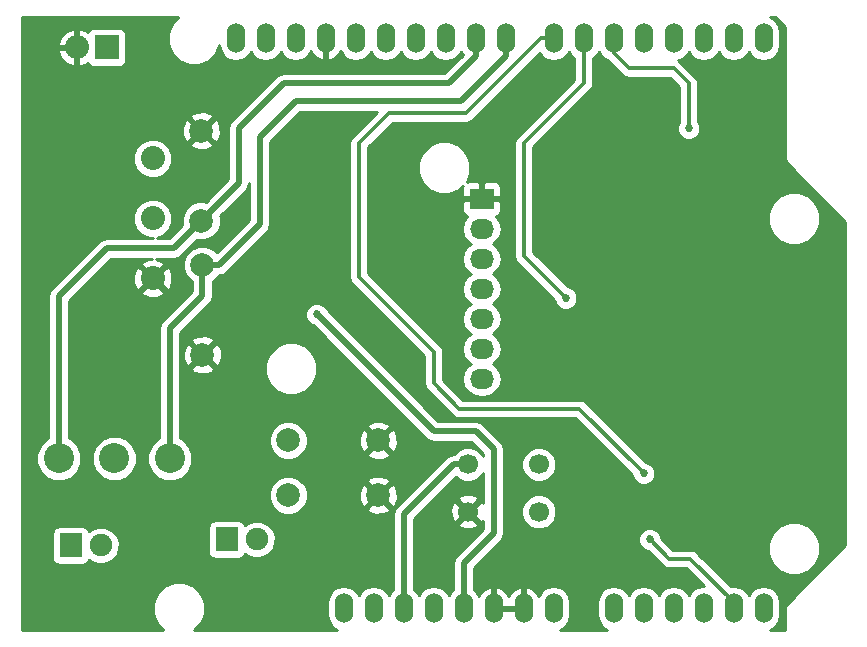
<source format=gbl>
G04 #@! TF.FileFunction,Copper,L2,Bot,Signal*
%FSLAX46Y46*%
G04 Gerber Fmt 4.6, Leading zero omitted, Abs format (unit mm)*
G04 Created by KiCad (PCBNEW 4.0.1-3.201512221402+6198~38~ubuntu14.04.1-stable) date Sat 30 Apr 2016 11:46:46 AM PDT*
%MOMM*%
G01*
G04 APERTURE LIST*
%ADD10C,0.100000*%
%ADD11C,1.700000*%
%ADD12R,2.032000X1.727200*%
%ADD13O,2.032000X1.727200*%
%ADD14R,1.900000X2.000000*%
%ADD15C,1.900000*%
%ADD16C,1.998980*%
%ADD17C,2.032000*%
%ADD18C,2.540000*%
%ADD19R,2.032000X2.032000*%
%ADD20O,2.032000X2.032000*%
%ADD21O,1.524000X2.540000*%
%ADD22C,0.685800*%
%ADD23C,0.508000*%
%ADD24C,0.330200*%
%ADD25C,0.254000*%
G04 APERTURE END LIST*
D10*
D11*
X132080000Y-107378000D03*
X126080000Y-107378000D03*
X132080000Y-103378000D03*
X126080000Y-103378000D03*
D12*
X127254000Y-80899000D03*
D13*
X127254000Y-83439000D03*
X127254000Y-85979000D03*
X127254000Y-88519000D03*
X127254000Y-91059000D03*
X127254000Y-93599000D03*
X127254000Y-96139000D03*
D14*
X92456000Y-110236000D03*
D15*
X94996000Y-110236000D03*
D14*
X105664000Y-109728000D03*
D15*
X108204000Y-109728000D03*
D16*
X110871000Y-101346000D03*
X118491000Y-101346000D03*
X110871000Y-105981500D03*
X118491000Y-105981500D03*
X103505000Y-82740500D03*
X103505000Y-75120500D03*
X103600000Y-86480000D03*
X103600000Y-94100000D03*
D17*
X99400000Y-77470000D03*
X99400000Y-82550000D03*
X99400000Y-87630000D03*
D18*
X100838000Y-102870000D03*
X96139000Y-102870000D03*
X91440000Y-102870000D03*
D19*
X95504000Y-68072000D03*
D20*
X92964000Y-68072000D03*
D21*
X151130000Y-115570000D03*
X148590000Y-115570000D03*
X146050000Y-115570000D03*
X138430000Y-115570000D03*
X140970000Y-115570000D03*
X143510000Y-115570000D03*
X133350000Y-115570000D03*
X130810000Y-115570000D03*
X128270000Y-115570000D03*
X123190000Y-115570000D03*
X120650000Y-115570000D03*
X151130000Y-67310000D03*
X148590000Y-67310000D03*
X146050000Y-67310000D03*
X143510000Y-67310000D03*
X140970000Y-67310000D03*
X138430000Y-67310000D03*
X135890000Y-67310000D03*
X133350000Y-67310000D03*
X129286000Y-67310000D03*
X126746000Y-67310000D03*
X124206000Y-67310000D03*
X121666000Y-67310000D03*
X119126000Y-67310000D03*
X116586000Y-67310000D03*
X114046000Y-67310000D03*
X111506000Y-67310000D03*
X125730000Y-115570000D03*
X108966000Y-67310000D03*
X106426000Y-67310000D03*
X118110000Y-115570000D03*
X115570000Y-115570000D03*
D22*
X113284000Y-90678000D03*
X141478000Y-109728000D03*
X140970000Y-104140000D03*
X144780000Y-74930000D03*
X134366000Y-89281000D03*
D23*
X125730000Y-115570000D02*
X125730000Y-111760000D01*
X125730000Y-111760000D02*
X128270000Y-109220000D01*
X128270000Y-109220000D02*
X128270000Y-102108000D01*
X128270000Y-102108000D02*
X126746000Y-100584000D01*
X126746000Y-100584000D02*
X123190000Y-100584000D01*
X123190000Y-100584000D02*
X113284000Y-90678000D01*
D24*
X144907000Y-111379000D02*
X143129000Y-111379000D01*
X143129000Y-111379000D02*
X141478000Y-109728000D01*
X148590000Y-115570000D02*
X148590000Y-115062000D01*
X148590000Y-115062000D02*
X144907000Y-111379000D01*
D23*
X120650000Y-115570000D02*
X120650000Y-107696000D01*
X124877919Y-103378000D02*
X120650000Y-107605919D01*
X120650000Y-107605919D02*
X120650000Y-107696000D01*
X126080000Y-103378000D02*
X124877919Y-103378000D01*
X103600000Y-86480000D02*
X103600000Y-89100000D01*
X103600000Y-89100000D02*
X100838000Y-91862000D01*
X100838000Y-91862000D02*
X100838000Y-102870000D01*
X108458000Y-75692000D02*
X108458000Y-81400000D01*
X108458000Y-81400000D02*
X108458000Y-81788000D01*
X103600000Y-86480000D02*
X105013492Y-86480000D01*
X105013492Y-86480000D02*
X108458000Y-83035492D01*
X108458000Y-83035492D02*
X108458000Y-81400000D01*
X129286000Y-67310000D02*
X129286000Y-68834000D01*
X111506000Y-72644000D02*
X108458000Y-75692000D01*
X125476000Y-72644000D02*
X111506000Y-72644000D01*
X129286000Y-68834000D02*
X125476000Y-72644000D01*
X95504000Y-85090000D02*
X91694000Y-88900000D01*
X91440000Y-102870000D02*
X91440000Y-89154000D01*
X91440000Y-89154000D02*
X91694000Y-88900000D01*
X96774000Y-85090000D02*
X95504000Y-85090000D01*
X101155500Y-85090000D02*
X96774000Y-85090000D01*
X103505000Y-82740500D02*
X101155500Y-85090000D01*
X124460000Y-71120000D02*
X110490000Y-71120000D01*
X126746000Y-68834000D02*
X124460000Y-71120000D01*
X126746000Y-67310000D02*
X126746000Y-68834000D01*
X106680000Y-79565500D02*
X103505000Y-82740500D01*
X106680000Y-74930000D02*
X106680000Y-79565500D01*
X110490000Y-71120000D02*
X106680000Y-74930000D01*
D24*
X133350000Y-67310000D02*
X132257800Y-67310000D01*
X123190000Y-93853000D02*
X123190000Y-96520000D01*
X132257800Y-67310000D02*
X125907800Y-73660000D01*
X125907800Y-73660000D02*
X119380000Y-73660000D01*
X119380000Y-73660000D02*
X116840000Y-76200000D01*
X116840000Y-76200000D02*
X116840000Y-87503000D01*
X116840000Y-87503000D02*
X123190000Y-93853000D01*
X123190000Y-96520000D02*
X125349000Y-98679000D01*
X125349000Y-98679000D02*
X135509000Y-98679000D01*
X135509000Y-98679000D02*
X140627101Y-103797101D01*
X140627101Y-103797101D02*
X140970000Y-104140000D01*
X138430000Y-67310000D02*
X138430000Y-68580000D01*
X138430000Y-68580000D02*
X139700000Y-69850000D01*
X139700000Y-69850000D02*
X143510000Y-69850000D01*
X143510000Y-69850000D02*
X144780000Y-71120000D01*
X144780000Y-71120000D02*
X144780000Y-74930000D01*
X130810000Y-85725000D02*
X134366000Y-89281000D01*
X130810000Y-85090000D02*
X130810000Y-85725000D01*
X130810000Y-85090000D02*
X130810000Y-76200000D01*
X130810000Y-76200000D02*
X135890000Y-71120000D01*
X135890000Y-71120000D02*
X135890000Y-67310000D01*
D25*
G36*
X100986955Y-66049411D02*
X100647887Y-66865978D01*
X100647115Y-67750143D01*
X100984758Y-68567300D01*
X101609411Y-69193045D01*
X102425978Y-69532113D01*
X103310143Y-69532885D01*
X104127300Y-69195242D01*
X104753045Y-68570589D01*
X105035818Y-67889596D01*
X105135340Y-68389930D01*
X105438172Y-68843149D01*
X105891391Y-69145981D01*
X106426000Y-69252321D01*
X106960609Y-69145981D01*
X107413828Y-68843149D01*
X107696000Y-68420850D01*
X107978172Y-68843149D01*
X108431391Y-69145981D01*
X108966000Y-69252321D01*
X109500609Y-69145981D01*
X109953828Y-68843149D01*
X110236000Y-68420850D01*
X110518172Y-68843149D01*
X110971391Y-69145981D01*
X111506000Y-69252321D01*
X112040609Y-69145981D01*
X112493828Y-68843149D01*
X112785330Y-68406887D01*
X112803941Y-68469941D01*
X113147974Y-68895630D01*
X113628723Y-69157260D01*
X113702930Y-69172220D01*
X113919000Y-69049720D01*
X113919000Y-67437000D01*
X113899000Y-67437000D01*
X113899000Y-67183000D01*
X113919000Y-67183000D01*
X113919000Y-67163000D01*
X114173000Y-67163000D01*
X114173000Y-67183000D01*
X114193000Y-67183000D01*
X114193000Y-67437000D01*
X114173000Y-67437000D01*
X114173000Y-69049720D01*
X114389070Y-69172220D01*
X114463277Y-69157260D01*
X114944026Y-68895630D01*
X115288059Y-68469941D01*
X115306670Y-68406887D01*
X115598172Y-68843149D01*
X116051391Y-69145981D01*
X116586000Y-69252321D01*
X117120609Y-69145981D01*
X117573828Y-68843149D01*
X117856000Y-68420850D01*
X118138172Y-68843149D01*
X118591391Y-69145981D01*
X119126000Y-69252321D01*
X119660609Y-69145981D01*
X120113828Y-68843149D01*
X120396000Y-68420850D01*
X120678172Y-68843149D01*
X121131391Y-69145981D01*
X121666000Y-69252321D01*
X122200609Y-69145981D01*
X122653828Y-68843149D01*
X122936000Y-68420850D01*
X123218172Y-68843149D01*
X123671391Y-69145981D01*
X124206000Y-69252321D01*
X124740609Y-69145981D01*
X125193828Y-68843149D01*
X125476000Y-68420850D01*
X125646598Y-68676166D01*
X124091764Y-70231000D01*
X110490000Y-70231000D01*
X110149795Y-70298670D01*
X109861382Y-70491382D01*
X106051382Y-74301382D01*
X105858671Y-74589794D01*
X105791000Y-74930000D01*
X105791000Y-79197264D01*
X103867176Y-81121088D01*
X103831547Y-81106294D01*
X103181306Y-81105726D01*
X102580345Y-81354038D01*
X102120154Y-81813427D01*
X101870794Y-82413953D01*
X101870226Y-83064194D01*
X101885969Y-83102295D01*
X100787264Y-84201000D01*
X99727655Y-84201000D01*
X100333995Y-83950466D01*
X100798834Y-83486437D01*
X101050713Y-82879845D01*
X101051286Y-82223037D01*
X100800466Y-81616005D01*
X100336437Y-81151166D01*
X99729845Y-80899287D01*
X99073037Y-80898714D01*
X98466005Y-81149534D01*
X98001166Y-81613563D01*
X97749287Y-82220155D01*
X97748714Y-82876963D01*
X97999534Y-83483995D01*
X98463563Y-83948834D01*
X99070155Y-84200713D01*
X99399132Y-84201000D01*
X95504000Y-84201000D01*
X95163795Y-84268670D01*
X94875382Y-84461382D01*
X90811382Y-88525382D01*
X90618671Y-88813794D01*
X90551000Y-89154000D01*
X90551000Y-101176115D01*
X90362314Y-101254078D01*
X89825961Y-101789495D01*
X89535332Y-102489410D01*
X89534670Y-103247265D01*
X89824078Y-103947686D01*
X90359495Y-104484039D01*
X91059410Y-104774668D01*
X91817265Y-104775330D01*
X92517686Y-104485922D01*
X93054039Y-103950505D01*
X93344668Y-103250590D01*
X93344670Y-103247265D01*
X94233670Y-103247265D01*
X94523078Y-103947686D01*
X95058495Y-104484039D01*
X95758410Y-104774668D01*
X96516265Y-104775330D01*
X97216686Y-104485922D01*
X97753039Y-103950505D01*
X98043668Y-103250590D01*
X98044330Y-102492735D01*
X97754922Y-101792314D01*
X97219505Y-101255961D01*
X96519590Y-100965332D01*
X95761735Y-100964670D01*
X95061314Y-101254078D01*
X94524961Y-101789495D01*
X94234332Y-102489410D01*
X94233670Y-103247265D01*
X93344670Y-103247265D01*
X93345330Y-102492735D01*
X93055922Y-101792314D01*
X92520505Y-101255961D01*
X92329000Y-101176441D01*
X92329000Y-89522236D01*
X93057129Y-88794107D01*
X98415498Y-88794107D01*
X98516120Y-89062622D01*
X99131642Y-89291816D01*
X99788019Y-89268014D01*
X100283880Y-89062622D01*
X100384502Y-88794107D01*
X99400000Y-87809605D01*
X98415498Y-88794107D01*
X93057129Y-88794107D01*
X94489594Y-87361642D01*
X97738184Y-87361642D01*
X97761986Y-88018019D01*
X97967378Y-88513880D01*
X98235893Y-88614502D01*
X99220395Y-87630000D01*
X99579605Y-87630000D01*
X100564107Y-88614502D01*
X100832622Y-88513880D01*
X101061816Y-87898358D01*
X101038014Y-87241981D01*
X100832622Y-86746120D01*
X100564107Y-86645498D01*
X99579605Y-87630000D01*
X99220395Y-87630000D01*
X98235893Y-86645498D01*
X97967378Y-86746120D01*
X97738184Y-87361642D01*
X94489594Y-87361642D01*
X95872236Y-85979000D01*
X99370090Y-85979000D01*
X99011981Y-85991986D01*
X98516120Y-86197378D01*
X98415498Y-86465893D01*
X99400000Y-87450395D01*
X100384502Y-86465893D01*
X100283880Y-86197378D01*
X99697405Y-85979000D01*
X101155500Y-85979000D01*
X101495706Y-85911329D01*
X101784118Y-85718618D01*
X103142824Y-84359912D01*
X103178453Y-84374706D01*
X103828694Y-84375274D01*
X104429655Y-84126962D01*
X104889846Y-83667573D01*
X105139206Y-83067047D01*
X105139774Y-82416806D01*
X105124031Y-82378705D01*
X107308618Y-80194118D01*
X107501329Y-79905706D01*
X107569000Y-79565500D01*
X107569000Y-82667256D01*
X104833820Y-85402436D01*
X104527073Y-85095154D01*
X103926547Y-84845794D01*
X103276306Y-84845226D01*
X102675345Y-85093538D01*
X102215154Y-85552927D01*
X101965794Y-86153453D01*
X101965226Y-86803694D01*
X102213538Y-87404655D01*
X102672927Y-87864846D01*
X102711000Y-87880655D01*
X102711000Y-88731764D01*
X100209382Y-91233382D01*
X100016671Y-91521794D01*
X99949000Y-91862000D01*
X99949000Y-101176115D01*
X99760314Y-101254078D01*
X99223961Y-101789495D01*
X98933332Y-102489410D01*
X98932670Y-103247265D01*
X99222078Y-103947686D01*
X99757495Y-104484039D01*
X100457410Y-104774668D01*
X101215265Y-104775330D01*
X101915686Y-104485922D01*
X102452039Y-103950505D01*
X102742668Y-103250590D01*
X102743330Y-102492735D01*
X102453922Y-101792314D01*
X102331516Y-101669694D01*
X109236226Y-101669694D01*
X109484538Y-102270655D01*
X109943927Y-102730846D01*
X110544453Y-102980206D01*
X111194694Y-102980774D01*
X111795655Y-102732462D01*
X112030363Y-102498163D01*
X117518443Y-102498163D01*
X117617042Y-102764965D01*
X118226582Y-102991401D01*
X118876377Y-102967341D01*
X119364958Y-102764965D01*
X119463557Y-102498163D01*
X118491000Y-101525605D01*
X117518443Y-102498163D01*
X112030363Y-102498163D01*
X112255846Y-102273073D01*
X112505206Y-101672547D01*
X112505722Y-101081582D01*
X116845599Y-101081582D01*
X116869659Y-101731377D01*
X117072035Y-102219958D01*
X117338837Y-102318557D01*
X118311395Y-101346000D01*
X118670605Y-101346000D01*
X119643163Y-102318557D01*
X119909965Y-102219958D01*
X120136401Y-101610418D01*
X120112341Y-100960623D01*
X119909965Y-100472042D01*
X119643163Y-100373443D01*
X118670605Y-101346000D01*
X118311395Y-101346000D01*
X117338837Y-100373443D01*
X117072035Y-100472042D01*
X116845599Y-101081582D01*
X112505722Y-101081582D01*
X112505774Y-101022306D01*
X112257462Y-100421345D01*
X112030351Y-100193837D01*
X117518443Y-100193837D01*
X118491000Y-101166395D01*
X119463557Y-100193837D01*
X119364958Y-99927035D01*
X118755418Y-99700599D01*
X118105623Y-99724659D01*
X117617042Y-99927035D01*
X117518443Y-100193837D01*
X112030351Y-100193837D01*
X111798073Y-99961154D01*
X111197547Y-99711794D01*
X110547306Y-99711226D01*
X109946345Y-99959538D01*
X109486154Y-100418927D01*
X109236794Y-101019453D01*
X109236226Y-101669694D01*
X102331516Y-101669694D01*
X101918505Y-101255961D01*
X101727000Y-101176441D01*
X101727000Y-95252163D01*
X102627443Y-95252163D01*
X102726042Y-95518965D01*
X103335582Y-95745401D01*
X103985377Y-95721341D01*
X104066767Y-95687628D01*
X108914817Y-95687628D01*
X109250530Y-96500116D01*
X109871614Y-97122285D01*
X110683515Y-97459416D01*
X111562628Y-97460183D01*
X112375116Y-97124470D01*
X112997285Y-96503386D01*
X113334416Y-95691485D01*
X113335183Y-94812372D01*
X112999470Y-93999884D01*
X112378386Y-93377715D01*
X111566485Y-93040584D01*
X110687372Y-93039817D01*
X109874884Y-93375530D01*
X109252715Y-93996614D01*
X108915584Y-94808515D01*
X108914817Y-95687628D01*
X104066767Y-95687628D01*
X104473958Y-95518965D01*
X104572557Y-95252163D01*
X103600000Y-94279605D01*
X102627443Y-95252163D01*
X101727000Y-95252163D01*
X101727000Y-93835582D01*
X101954599Y-93835582D01*
X101978659Y-94485377D01*
X102181035Y-94973958D01*
X102447837Y-95072557D01*
X103420395Y-94100000D01*
X103779605Y-94100000D01*
X104752163Y-95072557D01*
X105018965Y-94973958D01*
X105245401Y-94364418D01*
X105221341Y-93714623D01*
X105018965Y-93226042D01*
X104752163Y-93127443D01*
X103779605Y-94100000D01*
X103420395Y-94100000D01*
X102447837Y-93127443D01*
X102181035Y-93226042D01*
X101954599Y-93835582D01*
X101727000Y-93835582D01*
X101727000Y-92947837D01*
X102627443Y-92947837D01*
X103600000Y-93920395D01*
X104572557Y-92947837D01*
X104473958Y-92681035D01*
X103864418Y-92454599D01*
X103214623Y-92478659D01*
X102726042Y-92681035D01*
X102627443Y-92947837D01*
X101727000Y-92947837D01*
X101727000Y-92230236D01*
X104228618Y-89728618D01*
X104233488Y-89721329D01*
X104421329Y-89440206D01*
X104489000Y-89100000D01*
X104489000Y-87881194D01*
X104524655Y-87866462D01*
X104984846Y-87407073D01*
X105000655Y-87369000D01*
X105013492Y-87369000D01*
X105353698Y-87301329D01*
X105642110Y-87108618D01*
X109086618Y-83664110D01*
X109206967Y-83483995D01*
X109279329Y-83375698D01*
X109347000Y-83035492D01*
X109347000Y-76060236D01*
X111874236Y-73533000D01*
X118375488Y-73533000D01*
X116274244Y-75634244D01*
X116100804Y-75893815D01*
X116039900Y-76200000D01*
X116039900Y-87503000D01*
X116100804Y-87809185D01*
X116274244Y-88068756D01*
X122389900Y-94184412D01*
X122389900Y-96520000D01*
X122450804Y-96826185D01*
X122624244Y-97085756D01*
X124783244Y-99244756D01*
X125042815Y-99418196D01*
X125349000Y-99479100D01*
X135177588Y-99479100D01*
X139991966Y-104293478D01*
X139991931Y-104333663D01*
X140140493Y-104693212D01*
X140415341Y-104968540D01*
X140774630Y-105117730D01*
X141163663Y-105118069D01*
X141523212Y-104969507D01*
X141798540Y-104694659D01*
X141947730Y-104335370D01*
X141948069Y-103946337D01*
X141799507Y-103586788D01*
X141524659Y-103311460D01*
X141165370Y-103162270D01*
X141123746Y-103162234D01*
X136074756Y-98113244D01*
X135815185Y-97939804D01*
X135509000Y-97878900D01*
X125680412Y-97878900D01*
X123990100Y-96188588D01*
X123990100Y-93853000D01*
X123929196Y-93546815D01*
X123755756Y-93287244D01*
X117640100Y-87171588D01*
X117640100Y-83439000D01*
X125570655Y-83439000D01*
X125684729Y-84012489D01*
X126009585Y-84498670D01*
X126324366Y-84709000D01*
X126009585Y-84919330D01*
X125684729Y-85405511D01*
X125570655Y-85979000D01*
X125684729Y-86552489D01*
X126009585Y-87038670D01*
X126324366Y-87249000D01*
X126009585Y-87459330D01*
X125684729Y-87945511D01*
X125570655Y-88519000D01*
X125684729Y-89092489D01*
X126009585Y-89578670D01*
X126324366Y-89789000D01*
X126009585Y-89999330D01*
X125684729Y-90485511D01*
X125570655Y-91059000D01*
X125684729Y-91632489D01*
X126009585Y-92118670D01*
X126324366Y-92329000D01*
X126009585Y-92539330D01*
X125684729Y-93025511D01*
X125570655Y-93599000D01*
X125684729Y-94172489D01*
X126009585Y-94658670D01*
X126324366Y-94869000D01*
X126009585Y-95079330D01*
X125684729Y-95565511D01*
X125570655Y-96139000D01*
X125684729Y-96712489D01*
X126009585Y-97198670D01*
X126495766Y-97523526D01*
X127069255Y-97637600D01*
X127438745Y-97637600D01*
X128012234Y-97523526D01*
X128498415Y-97198670D01*
X128823271Y-96712489D01*
X128937345Y-96139000D01*
X128823271Y-95565511D01*
X128498415Y-95079330D01*
X128183634Y-94869000D01*
X128498415Y-94658670D01*
X128823271Y-94172489D01*
X128937345Y-93599000D01*
X128823271Y-93025511D01*
X128498415Y-92539330D01*
X128183634Y-92329000D01*
X128498415Y-92118670D01*
X128823271Y-91632489D01*
X128937345Y-91059000D01*
X128823271Y-90485511D01*
X128498415Y-89999330D01*
X128183634Y-89789000D01*
X128498415Y-89578670D01*
X128823271Y-89092489D01*
X128937345Y-88519000D01*
X128823271Y-87945511D01*
X128498415Y-87459330D01*
X128183634Y-87249000D01*
X128498415Y-87038670D01*
X128823271Y-86552489D01*
X128937345Y-85979000D01*
X128823271Y-85405511D01*
X128498415Y-84919330D01*
X128183634Y-84709000D01*
X128498415Y-84498670D01*
X128823271Y-84012489D01*
X128937345Y-83439000D01*
X128823271Y-82865511D01*
X128498415Y-82379330D01*
X128476220Y-82364500D01*
X128629698Y-82300927D01*
X128808327Y-82122299D01*
X128905000Y-81888910D01*
X128905000Y-81184750D01*
X128746250Y-81026000D01*
X127381000Y-81026000D01*
X127381000Y-81046000D01*
X127127000Y-81046000D01*
X127127000Y-81026000D01*
X125761750Y-81026000D01*
X125603000Y-81184750D01*
X125603000Y-81888910D01*
X125699673Y-82122299D01*
X125878302Y-82300927D01*
X126031780Y-82364500D01*
X126009585Y-82379330D01*
X125684729Y-82865511D01*
X125570655Y-83439000D01*
X117640100Y-83439000D01*
X117640100Y-78669628D01*
X121868817Y-78669628D01*
X122204530Y-79482116D01*
X122825614Y-80104285D01*
X123637515Y-80441416D01*
X124516628Y-80442183D01*
X125329116Y-80106470D01*
X125656693Y-79779465D01*
X125603000Y-79909090D01*
X125603000Y-80613250D01*
X125761750Y-80772000D01*
X127127000Y-80772000D01*
X127127000Y-79559150D01*
X127381000Y-79559150D01*
X127381000Y-80772000D01*
X128746250Y-80772000D01*
X128905000Y-80613250D01*
X128905000Y-79909090D01*
X128808327Y-79675701D01*
X128629698Y-79497073D01*
X128396309Y-79400400D01*
X127539750Y-79400400D01*
X127381000Y-79559150D01*
X127127000Y-79559150D01*
X126968250Y-79400400D01*
X126111691Y-79400400D01*
X125960584Y-79462990D01*
X126288416Y-78673485D01*
X126289183Y-77794372D01*
X125953470Y-76981884D01*
X125332386Y-76359715D01*
X124520485Y-76022584D01*
X123641372Y-76021817D01*
X122828884Y-76357530D01*
X122206715Y-76978614D01*
X121869584Y-77790515D01*
X121868817Y-78669628D01*
X117640100Y-78669628D01*
X117640100Y-76531412D01*
X119711412Y-74460100D01*
X125907800Y-74460100D01*
X126213985Y-74399196D01*
X126473556Y-74225756D01*
X132159493Y-68539819D01*
X132362172Y-68843149D01*
X132815391Y-69145981D01*
X133350000Y-69252321D01*
X133884609Y-69145981D01*
X134337828Y-68843149D01*
X134620000Y-68420850D01*
X134902172Y-68843149D01*
X135089900Y-68968585D01*
X135089900Y-70788588D01*
X130244244Y-75634244D01*
X130070804Y-75893815D01*
X130009900Y-76200000D01*
X130009900Y-85725000D01*
X130070804Y-86031185D01*
X130244244Y-86290756D01*
X133387966Y-89434478D01*
X133387931Y-89474663D01*
X133536493Y-89834212D01*
X133811341Y-90109540D01*
X134170630Y-90258730D01*
X134559663Y-90259069D01*
X134919212Y-90110507D01*
X135194540Y-89835659D01*
X135343730Y-89476370D01*
X135344069Y-89087337D01*
X135195507Y-88727788D01*
X134920659Y-88452460D01*
X134561370Y-88303270D01*
X134519746Y-88303234D01*
X131610100Y-85393588D01*
X131610100Y-82990143D01*
X151447115Y-82990143D01*
X151784758Y-83807300D01*
X152409411Y-84433045D01*
X153225978Y-84772113D01*
X154110143Y-84772885D01*
X154927300Y-84435242D01*
X155553045Y-83810589D01*
X155892113Y-82994022D01*
X155892885Y-82109857D01*
X155555242Y-81292700D01*
X154930589Y-80666955D01*
X154114022Y-80327887D01*
X153229857Y-80327115D01*
X152412700Y-80664758D01*
X151786955Y-81289411D01*
X151447887Y-82105978D01*
X151447115Y-82990143D01*
X131610100Y-82990143D01*
X131610100Y-76531412D01*
X136455756Y-71685756D01*
X136629196Y-71426185D01*
X136690100Y-71120000D01*
X136690100Y-68968585D01*
X136877828Y-68843149D01*
X137160000Y-68420850D01*
X137442172Y-68843149D01*
X137839393Y-69108565D01*
X137864244Y-69145756D01*
X139134244Y-70415756D01*
X139393815Y-70589196D01*
X139700000Y-70650100D01*
X143178588Y-70650100D01*
X143979900Y-71451412D01*
X143979900Y-74346951D01*
X143951460Y-74375341D01*
X143802270Y-74734630D01*
X143801931Y-75123663D01*
X143950493Y-75483212D01*
X144225341Y-75758540D01*
X144584630Y-75907730D01*
X144973663Y-75908069D01*
X145333212Y-75759507D01*
X145608540Y-75484659D01*
X145757730Y-75125370D01*
X145758069Y-74736337D01*
X145609507Y-74376788D01*
X145580100Y-74347330D01*
X145580100Y-71120000D01*
X145519196Y-70813815D01*
X145345756Y-70554244D01*
X144075756Y-69284244D01*
X143909155Y-69172924D01*
X144044609Y-69145981D01*
X144497828Y-68843149D01*
X144780000Y-68420850D01*
X145062172Y-68843149D01*
X145515391Y-69145981D01*
X146050000Y-69252321D01*
X146584609Y-69145981D01*
X147037828Y-68843149D01*
X147320000Y-68420850D01*
X147602172Y-68843149D01*
X148055391Y-69145981D01*
X148590000Y-69252321D01*
X149124609Y-69145981D01*
X149577828Y-68843149D01*
X149860000Y-68420850D01*
X150142172Y-68843149D01*
X150595391Y-69145981D01*
X151130000Y-69252321D01*
X151664609Y-69145981D01*
X152117828Y-68843149D01*
X152420660Y-68389930D01*
X152527000Y-67855321D01*
X152527000Y-66764679D01*
X152420660Y-66230070D01*
X152117828Y-65776851D01*
X151673560Y-65480000D01*
X152105908Y-65480000D01*
X152960000Y-66334092D01*
X152960000Y-77470000D01*
X153014046Y-77741705D01*
X153167954Y-77972046D01*
X158040000Y-82844092D01*
X158040000Y-110195908D01*
X153167954Y-115067954D01*
X153014046Y-115298295D01*
X152960000Y-115570000D01*
X152960000Y-117400000D01*
X151673560Y-117400000D01*
X152117828Y-117103149D01*
X152420660Y-116649930D01*
X152527000Y-116115321D01*
X152527000Y-115024679D01*
X152420660Y-114490070D01*
X152117828Y-114036851D01*
X151664609Y-113734019D01*
X151130000Y-113627679D01*
X150595391Y-113734019D01*
X150142172Y-114036851D01*
X149860000Y-114459150D01*
X149577828Y-114036851D01*
X149124609Y-113734019D01*
X148590000Y-113627679D01*
X148337430Y-113677918D01*
X145589655Y-110930143D01*
X151447115Y-110930143D01*
X151784758Y-111747300D01*
X152409411Y-112373045D01*
X153225978Y-112712113D01*
X154110143Y-112712885D01*
X154927300Y-112375242D01*
X155553045Y-111750589D01*
X155892113Y-110934022D01*
X155892885Y-110049857D01*
X155555242Y-109232700D01*
X154930589Y-108606955D01*
X154114022Y-108267887D01*
X153229857Y-108267115D01*
X152412700Y-108604758D01*
X151786955Y-109229411D01*
X151447887Y-110045978D01*
X151447115Y-110930143D01*
X145589655Y-110930143D01*
X145472756Y-110813244D01*
X145213185Y-110639804D01*
X144907000Y-110578900D01*
X143460412Y-110578900D01*
X142456034Y-109574522D01*
X142456069Y-109534337D01*
X142307507Y-109174788D01*
X142032659Y-108899460D01*
X141673370Y-108750270D01*
X141284337Y-108749931D01*
X140924788Y-108898493D01*
X140649460Y-109173341D01*
X140500270Y-109532630D01*
X140499931Y-109921663D01*
X140648493Y-110281212D01*
X140923341Y-110556540D01*
X141282630Y-110705730D01*
X141324254Y-110705766D01*
X142563244Y-111944756D01*
X142822815Y-112118196D01*
X143129000Y-112179100D01*
X144575588Y-112179100D01*
X146028453Y-113631965D01*
X145515391Y-113734019D01*
X145062172Y-114036851D01*
X144780000Y-114459150D01*
X144497828Y-114036851D01*
X144044609Y-113734019D01*
X143510000Y-113627679D01*
X142975391Y-113734019D01*
X142522172Y-114036851D01*
X142240000Y-114459150D01*
X141957828Y-114036851D01*
X141504609Y-113734019D01*
X140970000Y-113627679D01*
X140435391Y-113734019D01*
X139982172Y-114036851D01*
X139700000Y-114459150D01*
X139417828Y-114036851D01*
X138964609Y-113734019D01*
X138430000Y-113627679D01*
X137895391Y-113734019D01*
X137442172Y-114036851D01*
X137139340Y-114490070D01*
X137033000Y-115024679D01*
X137033000Y-116115321D01*
X137139340Y-116649930D01*
X137442172Y-117103149D01*
X137886440Y-117400000D01*
X133893560Y-117400000D01*
X134337828Y-117103149D01*
X134640660Y-116649930D01*
X134747000Y-116115321D01*
X134747000Y-115024679D01*
X134640660Y-114490070D01*
X134337828Y-114036851D01*
X133884609Y-113734019D01*
X133350000Y-113627679D01*
X132815391Y-113734019D01*
X132362172Y-114036851D01*
X132070670Y-114473113D01*
X132052059Y-114410059D01*
X131708026Y-113984370D01*
X131227277Y-113722740D01*
X131153070Y-113707780D01*
X130937000Y-113830280D01*
X130937000Y-115443000D01*
X130957000Y-115443000D01*
X130957000Y-115697000D01*
X130937000Y-115697000D01*
X130937000Y-115717000D01*
X130683000Y-115717000D01*
X130683000Y-115697000D01*
X128397000Y-115697000D01*
X128397000Y-115717000D01*
X128143000Y-115717000D01*
X128143000Y-115697000D01*
X128123000Y-115697000D01*
X128123000Y-115443000D01*
X128143000Y-115443000D01*
X128143000Y-113830280D01*
X128397000Y-113830280D01*
X128397000Y-115443000D01*
X130683000Y-115443000D01*
X130683000Y-113830280D01*
X130466930Y-113707780D01*
X130392723Y-113722740D01*
X129911974Y-113984370D01*
X129567941Y-114410059D01*
X129540000Y-114504723D01*
X129512059Y-114410059D01*
X129168026Y-113984370D01*
X128687277Y-113722740D01*
X128613070Y-113707780D01*
X128397000Y-113830280D01*
X128143000Y-113830280D01*
X127926930Y-113707780D01*
X127852723Y-113722740D01*
X127371974Y-113984370D01*
X127027941Y-114410059D01*
X127009330Y-114473113D01*
X126717828Y-114036851D01*
X126619000Y-113970816D01*
X126619000Y-112128236D01*
X128898618Y-109848618D01*
X129091329Y-109560206D01*
X129159000Y-109220000D01*
X129159000Y-107672089D01*
X130594743Y-107672089D01*
X130820344Y-108218086D01*
X131237717Y-108636188D01*
X131783319Y-108862742D01*
X132374089Y-108863257D01*
X132920086Y-108637656D01*
X133338188Y-108220283D01*
X133564742Y-107674681D01*
X133565257Y-107083911D01*
X133339656Y-106537914D01*
X132922283Y-106119812D01*
X132376681Y-105893258D01*
X131785911Y-105892743D01*
X131239914Y-106118344D01*
X130821812Y-106535717D01*
X130595258Y-107081319D01*
X130594743Y-107672089D01*
X129159000Y-107672089D01*
X129159000Y-103672089D01*
X130594743Y-103672089D01*
X130820344Y-104218086D01*
X131237717Y-104636188D01*
X131783319Y-104862742D01*
X132374089Y-104863257D01*
X132920086Y-104637656D01*
X133338188Y-104220283D01*
X133564742Y-103674681D01*
X133565257Y-103083911D01*
X133339656Y-102537914D01*
X132922283Y-102119812D01*
X132376681Y-101893258D01*
X131785911Y-101892743D01*
X131239914Y-102118344D01*
X130821812Y-102535717D01*
X130595258Y-103081319D01*
X130594743Y-103672089D01*
X129159000Y-103672089D01*
X129159000Y-102108000D01*
X129091329Y-101767794D01*
X128898618Y-101479382D01*
X127374618Y-99955382D01*
X127332194Y-99927035D01*
X127086206Y-99762671D01*
X126746000Y-99695000D01*
X123558236Y-99695000D01*
X114201863Y-90338627D01*
X114113507Y-90124788D01*
X113838659Y-89849460D01*
X113479370Y-89700270D01*
X113090337Y-89699931D01*
X112730788Y-89848493D01*
X112455460Y-90123341D01*
X112306270Y-90482630D01*
X112305931Y-90871663D01*
X112454493Y-91231212D01*
X112729341Y-91506540D01*
X112944750Y-91595986D01*
X122561382Y-101212618D01*
X122849795Y-101405330D01*
X123190000Y-101473000D01*
X126377764Y-101473000D01*
X127381000Y-102476236D01*
X127381000Y-102637974D01*
X127339656Y-102537914D01*
X126922283Y-102119812D01*
X126376681Y-101893258D01*
X125785911Y-101892743D01*
X125239914Y-102118344D01*
X124866294Y-102491312D01*
X124537713Y-102556671D01*
X124249301Y-102749382D01*
X120021382Y-106977301D01*
X119828671Y-107265713D01*
X119761000Y-107605919D01*
X119761000Y-113970816D01*
X119662172Y-114036851D01*
X119380000Y-114459150D01*
X119097828Y-114036851D01*
X118644609Y-113734019D01*
X118110000Y-113627679D01*
X117575391Y-113734019D01*
X117122172Y-114036851D01*
X116840000Y-114459150D01*
X116557828Y-114036851D01*
X116104609Y-113734019D01*
X115570000Y-113627679D01*
X115035391Y-113734019D01*
X114582172Y-114036851D01*
X114279340Y-114490070D01*
X114173000Y-115024679D01*
X114173000Y-116115321D01*
X114279340Y-116649930D01*
X114582172Y-117103149D01*
X115026440Y-117400000D01*
X102912639Y-117400000D01*
X103483045Y-116830589D01*
X103822113Y-116014022D01*
X103822885Y-115129857D01*
X103485242Y-114312700D01*
X102860589Y-113686955D01*
X102044022Y-113347887D01*
X101159857Y-113347115D01*
X100342700Y-113684758D01*
X99716955Y-114309411D01*
X99377887Y-115125978D01*
X99377115Y-116010143D01*
X99714758Y-116827300D01*
X100286459Y-117400000D01*
X88340000Y-117400000D01*
X88340000Y-109236000D01*
X90858560Y-109236000D01*
X90858560Y-111236000D01*
X90902838Y-111471317D01*
X91041910Y-111687441D01*
X91254110Y-111832431D01*
X91506000Y-111883440D01*
X93406000Y-111883440D01*
X93641317Y-111839162D01*
X93857441Y-111700090D01*
X94002431Y-111487890D01*
X94003055Y-111484808D01*
X94096997Y-111578914D01*
X94679341Y-111820724D01*
X95309893Y-111821275D01*
X95892657Y-111580481D01*
X96338914Y-111135003D01*
X96580724Y-110552659D01*
X96581275Y-109922107D01*
X96340481Y-109339343D01*
X95895003Y-108893086D01*
X95497432Y-108728000D01*
X104066560Y-108728000D01*
X104066560Y-110728000D01*
X104110838Y-110963317D01*
X104249910Y-111179441D01*
X104462110Y-111324431D01*
X104714000Y-111375440D01*
X106614000Y-111375440D01*
X106849317Y-111331162D01*
X107065441Y-111192090D01*
X107210431Y-110979890D01*
X107211055Y-110976808D01*
X107304997Y-111070914D01*
X107887341Y-111312724D01*
X108517893Y-111313275D01*
X109100657Y-111072481D01*
X109546914Y-110627003D01*
X109788724Y-110044659D01*
X109789275Y-109414107D01*
X109548481Y-108831343D01*
X109103003Y-108385086D01*
X108520659Y-108143276D01*
X107890107Y-108142725D01*
X107307343Y-108383519D01*
X107209663Y-108481029D01*
X107078090Y-108276559D01*
X106865890Y-108131569D01*
X106614000Y-108080560D01*
X104714000Y-108080560D01*
X104478683Y-108124838D01*
X104262559Y-108263910D01*
X104117569Y-108476110D01*
X104066560Y-108728000D01*
X95497432Y-108728000D01*
X95312659Y-108651276D01*
X94682107Y-108650725D01*
X94099343Y-108891519D01*
X94001663Y-108989029D01*
X93870090Y-108784559D01*
X93657890Y-108639569D01*
X93406000Y-108588560D01*
X91506000Y-108588560D01*
X91270683Y-108632838D01*
X91054559Y-108771910D01*
X90909569Y-108984110D01*
X90858560Y-109236000D01*
X88340000Y-109236000D01*
X88340000Y-106305194D01*
X109236226Y-106305194D01*
X109484538Y-106906155D01*
X109943927Y-107366346D01*
X110544453Y-107615706D01*
X111194694Y-107616274D01*
X111795655Y-107367962D01*
X112030363Y-107133663D01*
X117518443Y-107133663D01*
X117617042Y-107400465D01*
X118226582Y-107626901D01*
X118876377Y-107602841D01*
X119364958Y-107400465D01*
X119463557Y-107133663D01*
X118491000Y-106161105D01*
X117518443Y-107133663D01*
X112030363Y-107133663D01*
X112255846Y-106908573D01*
X112505206Y-106308047D01*
X112505722Y-105717082D01*
X116845599Y-105717082D01*
X116869659Y-106366877D01*
X117072035Y-106855458D01*
X117338837Y-106954057D01*
X118311395Y-105981500D01*
X118670605Y-105981500D01*
X119643163Y-106954057D01*
X119909965Y-106855458D01*
X120136401Y-106245918D01*
X120112341Y-105596123D01*
X119909965Y-105107542D01*
X119643163Y-105008943D01*
X118670605Y-105981500D01*
X118311395Y-105981500D01*
X117338837Y-105008943D01*
X117072035Y-105107542D01*
X116845599Y-105717082D01*
X112505722Y-105717082D01*
X112505774Y-105657806D01*
X112257462Y-105056845D01*
X112030351Y-104829337D01*
X117518443Y-104829337D01*
X118491000Y-105801895D01*
X119463557Y-104829337D01*
X119364958Y-104562535D01*
X118755418Y-104336099D01*
X118105623Y-104360159D01*
X117617042Y-104562535D01*
X117518443Y-104829337D01*
X112030351Y-104829337D01*
X111798073Y-104596654D01*
X111197547Y-104347294D01*
X110547306Y-104346726D01*
X109946345Y-104595038D01*
X109486154Y-105054427D01*
X109236794Y-105654953D01*
X109236226Y-106305194D01*
X88340000Y-106305194D01*
X88340000Y-77796963D01*
X97748714Y-77796963D01*
X97999534Y-78403995D01*
X98463563Y-78868834D01*
X99070155Y-79120713D01*
X99726963Y-79121286D01*
X100333995Y-78870466D01*
X100798834Y-78406437D01*
X101050713Y-77799845D01*
X101051286Y-77143037D01*
X100800466Y-76536005D01*
X100537583Y-76272663D01*
X102532443Y-76272663D01*
X102631042Y-76539465D01*
X103240582Y-76765901D01*
X103890377Y-76741841D01*
X104378958Y-76539465D01*
X104477557Y-76272663D01*
X103505000Y-75300105D01*
X102532443Y-76272663D01*
X100537583Y-76272663D01*
X100336437Y-76071166D01*
X99729845Y-75819287D01*
X99073037Y-75818714D01*
X98466005Y-76069534D01*
X98001166Y-76533563D01*
X97749287Y-77140155D01*
X97748714Y-77796963D01*
X88340000Y-77796963D01*
X88340000Y-74856082D01*
X101859599Y-74856082D01*
X101883659Y-75505877D01*
X102086035Y-75994458D01*
X102352837Y-76093057D01*
X103325395Y-75120500D01*
X103684605Y-75120500D01*
X104657163Y-76093057D01*
X104923965Y-75994458D01*
X105150401Y-75384918D01*
X105126341Y-74735123D01*
X104923965Y-74246542D01*
X104657163Y-74147943D01*
X103684605Y-75120500D01*
X103325395Y-75120500D01*
X102352837Y-74147943D01*
X102086035Y-74246542D01*
X101859599Y-74856082D01*
X88340000Y-74856082D01*
X88340000Y-73968337D01*
X102532443Y-73968337D01*
X103505000Y-74940895D01*
X104477557Y-73968337D01*
X104378958Y-73701535D01*
X103769418Y-73475099D01*
X103119623Y-73499159D01*
X102631042Y-73701535D01*
X102532443Y-73968337D01*
X88340000Y-73968337D01*
X88340000Y-68454946D01*
X91358017Y-68454946D01*
X91626812Y-69040379D01*
X92099182Y-69478385D01*
X92581056Y-69677975D01*
X92837000Y-69558836D01*
X92837000Y-68199000D01*
X91476633Y-68199000D01*
X91358017Y-68454946D01*
X88340000Y-68454946D01*
X88340000Y-67689054D01*
X91358017Y-67689054D01*
X91476633Y-67945000D01*
X92837000Y-67945000D01*
X92837000Y-66585164D01*
X93091000Y-66585164D01*
X93091000Y-67945000D01*
X93111000Y-67945000D01*
X93111000Y-68199000D01*
X93091000Y-68199000D01*
X93091000Y-69558836D01*
X93346944Y-69677975D01*
X93828818Y-69478385D01*
X93926398Y-69387903D01*
X94023910Y-69539441D01*
X94236110Y-69684431D01*
X94488000Y-69735440D01*
X96520000Y-69735440D01*
X96755317Y-69691162D01*
X96971441Y-69552090D01*
X97116431Y-69339890D01*
X97167440Y-69088000D01*
X97167440Y-67056000D01*
X97123162Y-66820683D01*
X96984090Y-66604559D01*
X96771890Y-66459569D01*
X96520000Y-66408560D01*
X94488000Y-66408560D01*
X94252683Y-66452838D01*
X94036559Y-66591910D01*
X93925160Y-66754948D01*
X93828818Y-66665615D01*
X93346944Y-66466025D01*
X93091000Y-66585164D01*
X92837000Y-66585164D01*
X92581056Y-66466025D01*
X92099182Y-66665615D01*
X91626812Y-67103621D01*
X91358017Y-67689054D01*
X88340000Y-67689054D01*
X88340000Y-65480000D01*
X101557361Y-65480000D01*
X100986955Y-66049411D01*
X100986955Y-66049411D01*
G37*
X100986955Y-66049411D02*
X100647887Y-66865978D01*
X100647115Y-67750143D01*
X100984758Y-68567300D01*
X101609411Y-69193045D01*
X102425978Y-69532113D01*
X103310143Y-69532885D01*
X104127300Y-69195242D01*
X104753045Y-68570589D01*
X105035818Y-67889596D01*
X105135340Y-68389930D01*
X105438172Y-68843149D01*
X105891391Y-69145981D01*
X106426000Y-69252321D01*
X106960609Y-69145981D01*
X107413828Y-68843149D01*
X107696000Y-68420850D01*
X107978172Y-68843149D01*
X108431391Y-69145981D01*
X108966000Y-69252321D01*
X109500609Y-69145981D01*
X109953828Y-68843149D01*
X110236000Y-68420850D01*
X110518172Y-68843149D01*
X110971391Y-69145981D01*
X111506000Y-69252321D01*
X112040609Y-69145981D01*
X112493828Y-68843149D01*
X112785330Y-68406887D01*
X112803941Y-68469941D01*
X113147974Y-68895630D01*
X113628723Y-69157260D01*
X113702930Y-69172220D01*
X113919000Y-69049720D01*
X113919000Y-67437000D01*
X113899000Y-67437000D01*
X113899000Y-67183000D01*
X113919000Y-67183000D01*
X113919000Y-67163000D01*
X114173000Y-67163000D01*
X114173000Y-67183000D01*
X114193000Y-67183000D01*
X114193000Y-67437000D01*
X114173000Y-67437000D01*
X114173000Y-69049720D01*
X114389070Y-69172220D01*
X114463277Y-69157260D01*
X114944026Y-68895630D01*
X115288059Y-68469941D01*
X115306670Y-68406887D01*
X115598172Y-68843149D01*
X116051391Y-69145981D01*
X116586000Y-69252321D01*
X117120609Y-69145981D01*
X117573828Y-68843149D01*
X117856000Y-68420850D01*
X118138172Y-68843149D01*
X118591391Y-69145981D01*
X119126000Y-69252321D01*
X119660609Y-69145981D01*
X120113828Y-68843149D01*
X120396000Y-68420850D01*
X120678172Y-68843149D01*
X121131391Y-69145981D01*
X121666000Y-69252321D01*
X122200609Y-69145981D01*
X122653828Y-68843149D01*
X122936000Y-68420850D01*
X123218172Y-68843149D01*
X123671391Y-69145981D01*
X124206000Y-69252321D01*
X124740609Y-69145981D01*
X125193828Y-68843149D01*
X125476000Y-68420850D01*
X125646598Y-68676166D01*
X124091764Y-70231000D01*
X110490000Y-70231000D01*
X110149795Y-70298670D01*
X109861382Y-70491382D01*
X106051382Y-74301382D01*
X105858671Y-74589794D01*
X105791000Y-74930000D01*
X105791000Y-79197264D01*
X103867176Y-81121088D01*
X103831547Y-81106294D01*
X103181306Y-81105726D01*
X102580345Y-81354038D01*
X102120154Y-81813427D01*
X101870794Y-82413953D01*
X101870226Y-83064194D01*
X101885969Y-83102295D01*
X100787264Y-84201000D01*
X99727655Y-84201000D01*
X100333995Y-83950466D01*
X100798834Y-83486437D01*
X101050713Y-82879845D01*
X101051286Y-82223037D01*
X100800466Y-81616005D01*
X100336437Y-81151166D01*
X99729845Y-80899287D01*
X99073037Y-80898714D01*
X98466005Y-81149534D01*
X98001166Y-81613563D01*
X97749287Y-82220155D01*
X97748714Y-82876963D01*
X97999534Y-83483995D01*
X98463563Y-83948834D01*
X99070155Y-84200713D01*
X99399132Y-84201000D01*
X95504000Y-84201000D01*
X95163795Y-84268670D01*
X94875382Y-84461382D01*
X90811382Y-88525382D01*
X90618671Y-88813794D01*
X90551000Y-89154000D01*
X90551000Y-101176115D01*
X90362314Y-101254078D01*
X89825961Y-101789495D01*
X89535332Y-102489410D01*
X89534670Y-103247265D01*
X89824078Y-103947686D01*
X90359495Y-104484039D01*
X91059410Y-104774668D01*
X91817265Y-104775330D01*
X92517686Y-104485922D01*
X93054039Y-103950505D01*
X93344668Y-103250590D01*
X93344670Y-103247265D01*
X94233670Y-103247265D01*
X94523078Y-103947686D01*
X95058495Y-104484039D01*
X95758410Y-104774668D01*
X96516265Y-104775330D01*
X97216686Y-104485922D01*
X97753039Y-103950505D01*
X98043668Y-103250590D01*
X98044330Y-102492735D01*
X97754922Y-101792314D01*
X97219505Y-101255961D01*
X96519590Y-100965332D01*
X95761735Y-100964670D01*
X95061314Y-101254078D01*
X94524961Y-101789495D01*
X94234332Y-102489410D01*
X94233670Y-103247265D01*
X93344670Y-103247265D01*
X93345330Y-102492735D01*
X93055922Y-101792314D01*
X92520505Y-101255961D01*
X92329000Y-101176441D01*
X92329000Y-89522236D01*
X93057129Y-88794107D01*
X98415498Y-88794107D01*
X98516120Y-89062622D01*
X99131642Y-89291816D01*
X99788019Y-89268014D01*
X100283880Y-89062622D01*
X100384502Y-88794107D01*
X99400000Y-87809605D01*
X98415498Y-88794107D01*
X93057129Y-88794107D01*
X94489594Y-87361642D01*
X97738184Y-87361642D01*
X97761986Y-88018019D01*
X97967378Y-88513880D01*
X98235893Y-88614502D01*
X99220395Y-87630000D01*
X99579605Y-87630000D01*
X100564107Y-88614502D01*
X100832622Y-88513880D01*
X101061816Y-87898358D01*
X101038014Y-87241981D01*
X100832622Y-86746120D01*
X100564107Y-86645498D01*
X99579605Y-87630000D01*
X99220395Y-87630000D01*
X98235893Y-86645498D01*
X97967378Y-86746120D01*
X97738184Y-87361642D01*
X94489594Y-87361642D01*
X95872236Y-85979000D01*
X99370090Y-85979000D01*
X99011981Y-85991986D01*
X98516120Y-86197378D01*
X98415498Y-86465893D01*
X99400000Y-87450395D01*
X100384502Y-86465893D01*
X100283880Y-86197378D01*
X99697405Y-85979000D01*
X101155500Y-85979000D01*
X101495706Y-85911329D01*
X101784118Y-85718618D01*
X103142824Y-84359912D01*
X103178453Y-84374706D01*
X103828694Y-84375274D01*
X104429655Y-84126962D01*
X104889846Y-83667573D01*
X105139206Y-83067047D01*
X105139774Y-82416806D01*
X105124031Y-82378705D01*
X107308618Y-80194118D01*
X107501329Y-79905706D01*
X107569000Y-79565500D01*
X107569000Y-82667256D01*
X104833820Y-85402436D01*
X104527073Y-85095154D01*
X103926547Y-84845794D01*
X103276306Y-84845226D01*
X102675345Y-85093538D01*
X102215154Y-85552927D01*
X101965794Y-86153453D01*
X101965226Y-86803694D01*
X102213538Y-87404655D01*
X102672927Y-87864846D01*
X102711000Y-87880655D01*
X102711000Y-88731764D01*
X100209382Y-91233382D01*
X100016671Y-91521794D01*
X99949000Y-91862000D01*
X99949000Y-101176115D01*
X99760314Y-101254078D01*
X99223961Y-101789495D01*
X98933332Y-102489410D01*
X98932670Y-103247265D01*
X99222078Y-103947686D01*
X99757495Y-104484039D01*
X100457410Y-104774668D01*
X101215265Y-104775330D01*
X101915686Y-104485922D01*
X102452039Y-103950505D01*
X102742668Y-103250590D01*
X102743330Y-102492735D01*
X102453922Y-101792314D01*
X102331516Y-101669694D01*
X109236226Y-101669694D01*
X109484538Y-102270655D01*
X109943927Y-102730846D01*
X110544453Y-102980206D01*
X111194694Y-102980774D01*
X111795655Y-102732462D01*
X112030363Y-102498163D01*
X117518443Y-102498163D01*
X117617042Y-102764965D01*
X118226582Y-102991401D01*
X118876377Y-102967341D01*
X119364958Y-102764965D01*
X119463557Y-102498163D01*
X118491000Y-101525605D01*
X117518443Y-102498163D01*
X112030363Y-102498163D01*
X112255846Y-102273073D01*
X112505206Y-101672547D01*
X112505722Y-101081582D01*
X116845599Y-101081582D01*
X116869659Y-101731377D01*
X117072035Y-102219958D01*
X117338837Y-102318557D01*
X118311395Y-101346000D01*
X118670605Y-101346000D01*
X119643163Y-102318557D01*
X119909965Y-102219958D01*
X120136401Y-101610418D01*
X120112341Y-100960623D01*
X119909965Y-100472042D01*
X119643163Y-100373443D01*
X118670605Y-101346000D01*
X118311395Y-101346000D01*
X117338837Y-100373443D01*
X117072035Y-100472042D01*
X116845599Y-101081582D01*
X112505722Y-101081582D01*
X112505774Y-101022306D01*
X112257462Y-100421345D01*
X112030351Y-100193837D01*
X117518443Y-100193837D01*
X118491000Y-101166395D01*
X119463557Y-100193837D01*
X119364958Y-99927035D01*
X118755418Y-99700599D01*
X118105623Y-99724659D01*
X117617042Y-99927035D01*
X117518443Y-100193837D01*
X112030351Y-100193837D01*
X111798073Y-99961154D01*
X111197547Y-99711794D01*
X110547306Y-99711226D01*
X109946345Y-99959538D01*
X109486154Y-100418927D01*
X109236794Y-101019453D01*
X109236226Y-101669694D01*
X102331516Y-101669694D01*
X101918505Y-101255961D01*
X101727000Y-101176441D01*
X101727000Y-95252163D01*
X102627443Y-95252163D01*
X102726042Y-95518965D01*
X103335582Y-95745401D01*
X103985377Y-95721341D01*
X104066767Y-95687628D01*
X108914817Y-95687628D01*
X109250530Y-96500116D01*
X109871614Y-97122285D01*
X110683515Y-97459416D01*
X111562628Y-97460183D01*
X112375116Y-97124470D01*
X112997285Y-96503386D01*
X113334416Y-95691485D01*
X113335183Y-94812372D01*
X112999470Y-93999884D01*
X112378386Y-93377715D01*
X111566485Y-93040584D01*
X110687372Y-93039817D01*
X109874884Y-93375530D01*
X109252715Y-93996614D01*
X108915584Y-94808515D01*
X108914817Y-95687628D01*
X104066767Y-95687628D01*
X104473958Y-95518965D01*
X104572557Y-95252163D01*
X103600000Y-94279605D01*
X102627443Y-95252163D01*
X101727000Y-95252163D01*
X101727000Y-93835582D01*
X101954599Y-93835582D01*
X101978659Y-94485377D01*
X102181035Y-94973958D01*
X102447837Y-95072557D01*
X103420395Y-94100000D01*
X103779605Y-94100000D01*
X104752163Y-95072557D01*
X105018965Y-94973958D01*
X105245401Y-94364418D01*
X105221341Y-93714623D01*
X105018965Y-93226042D01*
X104752163Y-93127443D01*
X103779605Y-94100000D01*
X103420395Y-94100000D01*
X102447837Y-93127443D01*
X102181035Y-93226042D01*
X101954599Y-93835582D01*
X101727000Y-93835582D01*
X101727000Y-92947837D01*
X102627443Y-92947837D01*
X103600000Y-93920395D01*
X104572557Y-92947837D01*
X104473958Y-92681035D01*
X103864418Y-92454599D01*
X103214623Y-92478659D01*
X102726042Y-92681035D01*
X102627443Y-92947837D01*
X101727000Y-92947837D01*
X101727000Y-92230236D01*
X104228618Y-89728618D01*
X104233488Y-89721329D01*
X104421329Y-89440206D01*
X104489000Y-89100000D01*
X104489000Y-87881194D01*
X104524655Y-87866462D01*
X104984846Y-87407073D01*
X105000655Y-87369000D01*
X105013492Y-87369000D01*
X105353698Y-87301329D01*
X105642110Y-87108618D01*
X109086618Y-83664110D01*
X109206967Y-83483995D01*
X109279329Y-83375698D01*
X109347000Y-83035492D01*
X109347000Y-76060236D01*
X111874236Y-73533000D01*
X118375488Y-73533000D01*
X116274244Y-75634244D01*
X116100804Y-75893815D01*
X116039900Y-76200000D01*
X116039900Y-87503000D01*
X116100804Y-87809185D01*
X116274244Y-88068756D01*
X122389900Y-94184412D01*
X122389900Y-96520000D01*
X122450804Y-96826185D01*
X122624244Y-97085756D01*
X124783244Y-99244756D01*
X125042815Y-99418196D01*
X125349000Y-99479100D01*
X135177588Y-99479100D01*
X139991966Y-104293478D01*
X139991931Y-104333663D01*
X140140493Y-104693212D01*
X140415341Y-104968540D01*
X140774630Y-105117730D01*
X141163663Y-105118069D01*
X141523212Y-104969507D01*
X141798540Y-104694659D01*
X141947730Y-104335370D01*
X141948069Y-103946337D01*
X141799507Y-103586788D01*
X141524659Y-103311460D01*
X141165370Y-103162270D01*
X141123746Y-103162234D01*
X136074756Y-98113244D01*
X135815185Y-97939804D01*
X135509000Y-97878900D01*
X125680412Y-97878900D01*
X123990100Y-96188588D01*
X123990100Y-93853000D01*
X123929196Y-93546815D01*
X123755756Y-93287244D01*
X117640100Y-87171588D01*
X117640100Y-83439000D01*
X125570655Y-83439000D01*
X125684729Y-84012489D01*
X126009585Y-84498670D01*
X126324366Y-84709000D01*
X126009585Y-84919330D01*
X125684729Y-85405511D01*
X125570655Y-85979000D01*
X125684729Y-86552489D01*
X126009585Y-87038670D01*
X126324366Y-87249000D01*
X126009585Y-87459330D01*
X125684729Y-87945511D01*
X125570655Y-88519000D01*
X125684729Y-89092489D01*
X126009585Y-89578670D01*
X126324366Y-89789000D01*
X126009585Y-89999330D01*
X125684729Y-90485511D01*
X125570655Y-91059000D01*
X125684729Y-91632489D01*
X126009585Y-92118670D01*
X126324366Y-92329000D01*
X126009585Y-92539330D01*
X125684729Y-93025511D01*
X125570655Y-93599000D01*
X125684729Y-94172489D01*
X126009585Y-94658670D01*
X126324366Y-94869000D01*
X126009585Y-95079330D01*
X125684729Y-95565511D01*
X125570655Y-96139000D01*
X125684729Y-96712489D01*
X126009585Y-97198670D01*
X126495766Y-97523526D01*
X127069255Y-97637600D01*
X127438745Y-97637600D01*
X128012234Y-97523526D01*
X128498415Y-97198670D01*
X128823271Y-96712489D01*
X128937345Y-96139000D01*
X128823271Y-95565511D01*
X128498415Y-95079330D01*
X128183634Y-94869000D01*
X128498415Y-94658670D01*
X128823271Y-94172489D01*
X128937345Y-93599000D01*
X128823271Y-93025511D01*
X128498415Y-92539330D01*
X128183634Y-92329000D01*
X128498415Y-92118670D01*
X128823271Y-91632489D01*
X128937345Y-91059000D01*
X128823271Y-90485511D01*
X128498415Y-89999330D01*
X128183634Y-89789000D01*
X128498415Y-89578670D01*
X128823271Y-89092489D01*
X128937345Y-88519000D01*
X128823271Y-87945511D01*
X128498415Y-87459330D01*
X128183634Y-87249000D01*
X128498415Y-87038670D01*
X128823271Y-86552489D01*
X128937345Y-85979000D01*
X128823271Y-85405511D01*
X128498415Y-84919330D01*
X128183634Y-84709000D01*
X128498415Y-84498670D01*
X128823271Y-84012489D01*
X128937345Y-83439000D01*
X128823271Y-82865511D01*
X128498415Y-82379330D01*
X128476220Y-82364500D01*
X128629698Y-82300927D01*
X128808327Y-82122299D01*
X128905000Y-81888910D01*
X128905000Y-81184750D01*
X128746250Y-81026000D01*
X127381000Y-81026000D01*
X127381000Y-81046000D01*
X127127000Y-81046000D01*
X127127000Y-81026000D01*
X125761750Y-81026000D01*
X125603000Y-81184750D01*
X125603000Y-81888910D01*
X125699673Y-82122299D01*
X125878302Y-82300927D01*
X126031780Y-82364500D01*
X126009585Y-82379330D01*
X125684729Y-82865511D01*
X125570655Y-83439000D01*
X117640100Y-83439000D01*
X117640100Y-78669628D01*
X121868817Y-78669628D01*
X122204530Y-79482116D01*
X122825614Y-80104285D01*
X123637515Y-80441416D01*
X124516628Y-80442183D01*
X125329116Y-80106470D01*
X125656693Y-79779465D01*
X125603000Y-79909090D01*
X125603000Y-80613250D01*
X125761750Y-80772000D01*
X127127000Y-80772000D01*
X127127000Y-79559150D01*
X127381000Y-79559150D01*
X127381000Y-80772000D01*
X128746250Y-80772000D01*
X128905000Y-80613250D01*
X128905000Y-79909090D01*
X128808327Y-79675701D01*
X128629698Y-79497073D01*
X128396309Y-79400400D01*
X127539750Y-79400400D01*
X127381000Y-79559150D01*
X127127000Y-79559150D01*
X126968250Y-79400400D01*
X126111691Y-79400400D01*
X125960584Y-79462990D01*
X126288416Y-78673485D01*
X126289183Y-77794372D01*
X125953470Y-76981884D01*
X125332386Y-76359715D01*
X124520485Y-76022584D01*
X123641372Y-76021817D01*
X122828884Y-76357530D01*
X122206715Y-76978614D01*
X121869584Y-77790515D01*
X121868817Y-78669628D01*
X117640100Y-78669628D01*
X117640100Y-76531412D01*
X119711412Y-74460100D01*
X125907800Y-74460100D01*
X126213985Y-74399196D01*
X126473556Y-74225756D01*
X132159493Y-68539819D01*
X132362172Y-68843149D01*
X132815391Y-69145981D01*
X133350000Y-69252321D01*
X133884609Y-69145981D01*
X134337828Y-68843149D01*
X134620000Y-68420850D01*
X134902172Y-68843149D01*
X135089900Y-68968585D01*
X135089900Y-70788588D01*
X130244244Y-75634244D01*
X130070804Y-75893815D01*
X130009900Y-76200000D01*
X130009900Y-85725000D01*
X130070804Y-86031185D01*
X130244244Y-86290756D01*
X133387966Y-89434478D01*
X133387931Y-89474663D01*
X133536493Y-89834212D01*
X133811341Y-90109540D01*
X134170630Y-90258730D01*
X134559663Y-90259069D01*
X134919212Y-90110507D01*
X135194540Y-89835659D01*
X135343730Y-89476370D01*
X135344069Y-89087337D01*
X135195507Y-88727788D01*
X134920659Y-88452460D01*
X134561370Y-88303270D01*
X134519746Y-88303234D01*
X131610100Y-85393588D01*
X131610100Y-82990143D01*
X151447115Y-82990143D01*
X151784758Y-83807300D01*
X152409411Y-84433045D01*
X153225978Y-84772113D01*
X154110143Y-84772885D01*
X154927300Y-84435242D01*
X155553045Y-83810589D01*
X155892113Y-82994022D01*
X155892885Y-82109857D01*
X155555242Y-81292700D01*
X154930589Y-80666955D01*
X154114022Y-80327887D01*
X153229857Y-80327115D01*
X152412700Y-80664758D01*
X151786955Y-81289411D01*
X151447887Y-82105978D01*
X151447115Y-82990143D01*
X131610100Y-82990143D01*
X131610100Y-76531412D01*
X136455756Y-71685756D01*
X136629196Y-71426185D01*
X136690100Y-71120000D01*
X136690100Y-68968585D01*
X136877828Y-68843149D01*
X137160000Y-68420850D01*
X137442172Y-68843149D01*
X137839393Y-69108565D01*
X137864244Y-69145756D01*
X139134244Y-70415756D01*
X139393815Y-70589196D01*
X139700000Y-70650100D01*
X143178588Y-70650100D01*
X143979900Y-71451412D01*
X143979900Y-74346951D01*
X143951460Y-74375341D01*
X143802270Y-74734630D01*
X143801931Y-75123663D01*
X143950493Y-75483212D01*
X144225341Y-75758540D01*
X144584630Y-75907730D01*
X144973663Y-75908069D01*
X145333212Y-75759507D01*
X145608540Y-75484659D01*
X145757730Y-75125370D01*
X145758069Y-74736337D01*
X145609507Y-74376788D01*
X145580100Y-74347330D01*
X145580100Y-71120000D01*
X145519196Y-70813815D01*
X145345756Y-70554244D01*
X144075756Y-69284244D01*
X143909155Y-69172924D01*
X144044609Y-69145981D01*
X144497828Y-68843149D01*
X144780000Y-68420850D01*
X145062172Y-68843149D01*
X145515391Y-69145981D01*
X146050000Y-69252321D01*
X146584609Y-69145981D01*
X147037828Y-68843149D01*
X147320000Y-68420850D01*
X147602172Y-68843149D01*
X148055391Y-69145981D01*
X148590000Y-69252321D01*
X149124609Y-69145981D01*
X149577828Y-68843149D01*
X149860000Y-68420850D01*
X150142172Y-68843149D01*
X150595391Y-69145981D01*
X151130000Y-69252321D01*
X151664609Y-69145981D01*
X152117828Y-68843149D01*
X152420660Y-68389930D01*
X152527000Y-67855321D01*
X152527000Y-66764679D01*
X152420660Y-66230070D01*
X152117828Y-65776851D01*
X151673560Y-65480000D01*
X152105908Y-65480000D01*
X152960000Y-66334092D01*
X152960000Y-77470000D01*
X153014046Y-77741705D01*
X153167954Y-77972046D01*
X158040000Y-82844092D01*
X158040000Y-110195908D01*
X153167954Y-115067954D01*
X153014046Y-115298295D01*
X152960000Y-115570000D01*
X152960000Y-117400000D01*
X151673560Y-117400000D01*
X152117828Y-117103149D01*
X152420660Y-116649930D01*
X152527000Y-116115321D01*
X152527000Y-115024679D01*
X152420660Y-114490070D01*
X152117828Y-114036851D01*
X151664609Y-113734019D01*
X151130000Y-113627679D01*
X150595391Y-113734019D01*
X150142172Y-114036851D01*
X149860000Y-114459150D01*
X149577828Y-114036851D01*
X149124609Y-113734019D01*
X148590000Y-113627679D01*
X148337430Y-113677918D01*
X145589655Y-110930143D01*
X151447115Y-110930143D01*
X151784758Y-111747300D01*
X152409411Y-112373045D01*
X153225978Y-112712113D01*
X154110143Y-112712885D01*
X154927300Y-112375242D01*
X155553045Y-111750589D01*
X155892113Y-110934022D01*
X155892885Y-110049857D01*
X155555242Y-109232700D01*
X154930589Y-108606955D01*
X154114022Y-108267887D01*
X153229857Y-108267115D01*
X152412700Y-108604758D01*
X151786955Y-109229411D01*
X151447887Y-110045978D01*
X151447115Y-110930143D01*
X145589655Y-110930143D01*
X145472756Y-110813244D01*
X145213185Y-110639804D01*
X144907000Y-110578900D01*
X143460412Y-110578900D01*
X142456034Y-109574522D01*
X142456069Y-109534337D01*
X142307507Y-109174788D01*
X142032659Y-108899460D01*
X141673370Y-108750270D01*
X141284337Y-108749931D01*
X140924788Y-108898493D01*
X140649460Y-109173341D01*
X140500270Y-109532630D01*
X140499931Y-109921663D01*
X140648493Y-110281212D01*
X140923341Y-110556540D01*
X141282630Y-110705730D01*
X141324254Y-110705766D01*
X142563244Y-111944756D01*
X142822815Y-112118196D01*
X143129000Y-112179100D01*
X144575588Y-112179100D01*
X146028453Y-113631965D01*
X145515391Y-113734019D01*
X145062172Y-114036851D01*
X144780000Y-114459150D01*
X144497828Y-114036851D01*
X144044609Y-113734019D01*
X143510000Y-113627679D01*
X142975391Y-113734019D01*
X142522172Y-114036851D01*
X142240000Y-114459150D01*
X141957828Y-114036851D01*
X141504609Y-113734019D01*
X140970000Y-113627679D01*
X140435391Y-113734019D01*
X139982172Y-114036851D01*
X139700000Y-114459150D01*
X139417828Y-114036851D01*
X138964609Y-113734019D01*
X138430000Y-113627679D01*
X137895391Y-113734019D01*
X137442172Y-114036851D01*
X137139340Y-114490070D01*
X137033000Y-115024679D01*
X137033000Y-116115321D01*
X137139340Y-116649930D01*
X137442172Y-117103149D01*
X137886440Y-117400000D01*
X133893560Y-117400000D01*
X134337828Y-117103149D01*
X134640660Y-116649930D01*
X134747000Y-116115321D01*
X134747000Y-115024679D01*
X134640660Y-114490070D01*
X134337828Y-114036851D01*
X133884609Y-113734019D01*
X133350000Y-113627679D01*
X132815391Y-113734019D01*
X132362172Y-114036851D01*
X132070670Y-114473113D01*
X132052059Y-114410059D01*
X131708026Y-113984370D01*
X131227277Y-113722740D01*
X131153070Y-113707780D01*
X130937000Y-113830280D01*
X130937000Y-115443000D01*
X130957000Y-115443000D01*
X130957000Y-115697000D01*
X130937000Y-115697000D01*
X130937000Y-115717000D01*
X130683000Y-115717000D01*
X130683000Y-115697000D01*
X128397000Y-115697000D01*
X128397000Y-115717000D01*
X128143000Y-115717000D01*
X128143000Y-115697000D01*
X128123000Y-115697000D01*
X128123000Y-115443000D01*
X128143000Y-115443000D01*
X128143000Y-113830280D01*
X128397000Y-113830280D01*
X128397000Y-115443000D01*
X130683000Y-115443000D01*
X130683000Y-113830280D01*
X130466930Y-113707780D01*
X130392723Y-113722740D01*
X129911974Y-113984370D01*
X129567941Y-114410059D01*
X129540000Y-114504723D01*
X129512059Y-114410059D01*
X129168026Y-113984370D01*
X128687277Y-113722740D01*
X128613070Y-113707780D01*
X128397000Y-113830280D01*
X128143000Y-113830280D01*
X127926930Y-113707780D01*
X127852723Y-113722740D01*
X127371974Y-113984370D01*
X127027941Y-114410059D01*
X127009330Y-114473113D01*
X126717828Y-114036851D01*
X126619000Y-113970816D01*
X126619000Y-112128236D01*
X128898618Y-109848618D01*
X129091329Y-109560206D01*
X129159000Y-109220000D01*
X129159000Y-107672089D01*
X130594743Y-107672089D01*
X130820344Y-108218086D01*
X131237717Y-108636188D01*
X131783319Y-108862742D01*
X132374089Y-108863257D01*
X132920086Y-108637656D01*
X133338188Y-108220283D01*
X133564742Y-107674681D01*
X133565257Y-107083911D01*
X133339656Y-106537914D01*
X132922283Y-106119812D01*
X132376681Y-105893258D01*
X131785911Y-105892743D01*
X131239914Y-106118344D01*
X130821812Y-106535717D01*
X130595258Y-107081319D01*
X130594743Y-107672089D01*
X129159000Y-107672089D01*
X129159000Y-103672089D01*
X130594743Y-103672089D01*
X130820344Y-104218086D01*
X131237717Y-104636188D01*
X131783319Y-104862742D01*
X132374089Y-104863257D01*
X132920086Y-104637656D01*
X133338188Y-104220283D01*
X133564742Y-103674681D01*
X133565257Y-103083911D01*
X133339656Y-102537914D01*
X132922283Y-102119812D01*
X132376681Y-101893258D01*
X131785911Y-101892743D01*
X131239914Y-102118344D01*
X130821812Y-102535717D01*
X130595258Y-103081319D01*
X130594743Y-103672089D01*
X129159000Y-103672089D01*
X129159000Y-102108000D01*
X129091329Y-101767794D01*
X128898618Y-101479382D01*
X127374618Y-99955382D01*
X127332194Y-99927035D01*
X127086206Y-99762671D01*
X126746000Y-99695000D01*
X123558236Y-99695000D01*
X114201863Y-90338627D01*
X114113507Y-90124788D01*
X113838659Y-89849460D01*
X113479370Y-89700270D01*
X113090337Y-89699931D01*
X112730788Y-89848493D01*
X112455460Y-90123341D01*
X112306270Y-90482630D01*
X112305931Y-90871663D01*
X112454493Y-91231212D01*
X112729341Y-91506540D01*
X112944750Y-91595986D01*
X122561382Y-101212618D01*
X122849795Y-101405330D01*
X123190000Y-101473000D01*
X126377764Y-101473000D01*
X127381000Y-102476236D01*
X127381000Y-102637974D01*
X127339656Y-102537914D01*
X126922283Y-102119812D01*
X126376681Y-101893258D01*
X125785911Y-101892743D01*
X125239914Y-102118344D01*
X124866294Y-102491312D01*
X124537713Y-102556671D01*
X124249301Y-102749382D01*
X120021382Y-106977301D01*
X119828671Y-107265713D01*
X119761000Y-107605919D01*
X119761000Y-113970816D01*
X119662172Y-114036851D01*
X119380000Y-114459150D01*
X119097828Y-114036851D01*
X118644609Y-113734019D01*
X118110000Y-113627679D01*
X117575391Y-113734019D01*
X117122172Y-114036851D01*
X116840000Y-114459150D01*
X116557828Y-114036851D01*
X116104609Y-113734019D01*
X115570000Y-113627679D01*
X115035391Y-113734019D01*
X114582172Y-114036851D01*
X114279340Y-114490070D01*
X114173000Y-115024679D01*
X114173000Y-116115321D01*
X114279340Y-116649930D01*
X114582172Y-117103149D01*
X115026440Y-117400000D01*
X102912639Y-117400000D01*
X103483045Y-116830589D01*
X103822113Y-116014022D01*
X103822885Y-115129857D01*
X103485242Y-114312700D01*
X102860589Y-113686955D01*
X102044022Y-113347887D01*
X101159857Y-113347115D01*
X100342700Y-113684758D01*
X99716955Y-114309411D01*
X99377887Y-115125978D01*
X99377115Y-116010143D01*
X99714758Y-116827300D01*
X100286459Y-117400000D01*
X88340000Y-117400000D01*
X88340000Y-109236000D01*
X90858560Y-109236000D01*
X90858560Y-111236000D01*
X90902838Y-111471317D01*
X91041910Y-111687441D01*
X91254110Y-111832431D01*
X91506000Y-111883440D01*
X93406000Y-111883440D01*
X93641317Y-111839162D01*
X93857441Y-111700090D01*
X94002431Y-111487890D01*
X94003055Y-111484808D01*
X94096997Y-111578914D01*
X94679341Y-111820724D01*
X95309893Y-111821275D01*
X95892657Y-111580481D01*
X96338914Y-111135003D01*
X96580724Y-110552659D01*
X96581275Y-109922107D01*
X96340481Y-109339343D01*
X95895003Y-108893086D01*
X95497432Y-108728000D01*
X104066560Y-108728000D01*
X104066560Y-110728000D01*
X104110838Y-110963317D01*
X104249910Y-111179441D01*
X104462110Y-111324431D01*
X104714000Y-111375440D01*
X106614000Y-111375440D01*
X106849317Y-111331162D01*
X107065441Y-111192090D01*
X107210431Y-110979890D01*
X107211055Y-110976808D01*
X107304997Y-111070914D01*
X107887341Y-111312724D01*
X108517893Y-111313275D01*
X109100657Y-111072481D01*
X109546914Y-110627003D01*
X109788724Y-110044659D01*
X109789275Y-109414107D01*
X109548481Y-108831343D01*
X109103003Y-108385086D01*
X108520659Y-108143276D01*
X107890107Y-108142725D01*
X107307343Y-108383519D01*
X107209663Y-108481029D01*
X107078090Y-108276559D01*
X106865890Y-108131569D01*
X106614000Y-108080560D01*
X104714000Y-108080560D01*
X104478683Y-108124838D01*
X104262559Y-108263910D01*
X104117569Y-108476110D01*
X104066560Y-108728000D01*
X95497432Y-108728000D01*
X95312659Y-108651276D01*
X94682107Y-108650725D01*
X94099343Y-108891519D01*
X94001663Y-108989029D01*
X93870090Y-108784559D01*
X93657890Y-108639569D01*
X93406000Y-108588560D01*
X91506000Y-108588560D01*
X91270683Y-108632838D01*
X91054559Y-108771910D01*
X90909569Y-108984110D01*
X90858560Y-109236000D01*
X88340000Y-109236000D01*
X88340000Y-106305194D01*
X109236226Y-106305194D01*
X109484538Y-106906155D01*
X109943927Y-107366346D01*
X110544453Y-107615706D01*
X111194694Y-107616274D01*
X111795655Y-107367962D01*
X112030363Y-107133663D01*
X117518443Y-107133663D01*
X117617042Y-107400465D01*
X118226582Y-107626901D01*
X118876377Y-107602841D01*
X119364958Y-107400465D01*
X119463557Y-107133663D01*
X118491000Y-106161105D01*
X117518443Y-107133663D01*
X112030363Y-107133663D01*
X112255846Y-106908573D01*
X112505206Y-106308047D01*
X112505722Y-105717082D01*
X116845599Y-105717082D01*
X116869659Y-106366877D01*
X117072035Y-106855458D01*
X117338837Y-106954057D01*
X118311395Y-105981500D01*
X118670605Y-105981500D01*
X119643163Y-106954057D01*
X119909965Y-106855458D01*
X120136401Y-106245918D01*
X120112341Y-105596123D01*
X119909965Y-105107542D01*
X119643163Y-105008943D01*
X118670605Y-105981500D01*
X118311395Y-105981500D01*
X117338837Y-105008943D01*
X117072035Y-105107542D01*
X116845599Y-105717082D01*
X112505722Y-105717082D01*
X112505774Y-105657806D01*
X112257462Y-105056845D01*
X112030351Y-104829337D01*
X117518443Y-104829337D01*
X118491000Y-105801895D01*
X119463557Y-104829337D01*
X119364958Y-104562535D01*
X118755418Y-104336099D01*
X118105623Y-104360159D01*
X117617042Y-104562535D01*
X117518443Y-104829337D01*
X112030351Y-104829337D01*
X111798073Y-104596654D01*
X111197547Y-104347294D01*
X110547306Y-104346726D01*
X109946345Y-104595038D01*
X109486154Y-105054427D01*
X109236794Y-105654953D01*
X109236226Y-106305194D01*
X88340000Y-106305194D01*
X88340000Y-77796963D01*
X97748714Y-77796963D01*
X97999534Y-78403995D01*
X98463563Y-78868834D01*
X99070155Y-79120713D01*
X99726963Y-79121286D01*
X100333995Y-78870466D01*
X100798834Y-78406437D01*
X101050713Y-77799845D01*
X101051286Y-77143037D01*
X100800466Y-76536005D01*
X100537583Y-76272663D01*
X102532443Y-76272663D01*
X102631042Y-76539465D01*
X103240582Y-76765901D01*
X103890377Y-76741841D01*
X104378958Y-76539465D01*
X104477557Y-76272663D01*
X103505000Y-75300105D01*
X102532443Y-76272663D01*
X100537583Y-76272663D01*
X100336437Y-76071166D01*
X99729845Y-75819287D01*
X99073037Y-75818714D01*
X98466005Y-76069534D01*
X98001166Y-76533563D01*
X97749287Y-77140155D01*
X97748714Y-77796963D01*
X88340000Y-77796963D01*
X88340000Y-74856082D01*
X101859599Y-74856082D01*
X101883659Y-75505877D01*
X102086035Y-75994458D01*
X102352837Y-76093057D01*
X103325395Y-75120500D01*
X103684605Y-75120500D01*
X104657163Y-76093057D01*
X104923965Y-75994458D01*
X105150401Y-75384918D01*
X105126341Y-74735123D01*
X104923965Y-74246542D01*
X104657163Y-74147943D01*
X103684605Y-75120500D01*
X103325395Y-75120500D01*
X102352837Y-74147943D01*
X102086035Y-74246542D01*
X101859599Y-74856082D01*
X88340000Y-74856082D01*
X88340000Y-73968337D01*
X102532443Y-73968337D01*
X103505000Y-74940895D01*
X104477557Y-73968337D01*
X104378958Y-73701535D01*
X103769418Y-73475099D01*
X103119623Y-73499159D01*
X102631042Y-73701535D01*
X102532443Y-73968337D01*
X88340000Y-73968337D01*
X88340000Y-68454946D01*
X91358017Y-68454946D01*
X91626812Y-69040379D01*
X92099182Y-69478385D01*
X92581056Y-69677975D01*
X92837000Y-69558836D01*
X92837000Y-68199000D01*
X91476633Y-68199000D01*
X91358017Y-68454946D01*
X88340000Y-68454946D01*
X88340000Y-67689054D01*
X91358017Y-67689054D01*
X91476633Y-67945000D01*
X92837000Y-67945000D01*
X92837000Y-66585164D01*
X93091000Y-66585164D01*
X93091000Y-67945000D01*
X93111000Y-67945000D01*
X93111000Y-68199000D01*
X93091000Y-68199000D01*
X93091000Y-69558836D01*
X93346944Y-69677975D01*
X93828818Y-69478385D01*
X93926398Y-69387903D01*
X94023910Y-69539441D01*
X94236110Y-69684431D01*
X94488000Y-69735440D01*
X96520000Y-69735440D01*
X96755317Y-69691162D01*
X96971441Y-69552090D01*
X97116431Y-69339890D01*
X97167440Y-69088000D01*
X97167440Y-67056000D01*
X97123162Y-66820683D01*
X96984090Y-66604559D01*
X96771890Y-66459569D01*
X96520000Y-66408560D01*
X94488000Y-66408560D01*
X94252683Y-66452838D01*
X94036559Y-66591910D01*
X93925160Y-66754948D01*
X93828818Y-66665615D01*
X93346944Y-66466025D01*
X93091000Y-66585164D01*
X92837000Y-66585164D01*
X92581056Y-66466025D01*
X92099182Y-66665615D01*
X91626812Y-67103621D01*
X91358017Y-67689054D01*
X88340000Y-67689054D01*
X88340000Y-65480000D01*
X101557361Y-65480000D01*
X100986955Y-66049411D01*
G36*
X127381000Y-106607780D02*
X127375259Y-106593920D01*
X127123958Y-106513647D01*
X126259605Y-107378000D01*
X127123958Y-108242353D01*
X127375259Y-108162080D01*
X127381000Y-108146254D01*
X127381000Y-108851764D01*
X125101382Y-111131382D01*
X124908671Y-111419794D01*
X124841000Y-111760000D01*
X124841000Y-113970816D01*
X124742172Y-114036851D01*
X124460000Y-114459150D01*
X124177828Y-114036851D01*
X123724609Y-113734019D01*
X123190000Y-113627679D01*
X122655391Y-113734019D01*
X122202172Y-114036851D01*
X121920000Y-114459150D01*
X121637828Y-114036851D01*
X121539000Y-113970816D01*
X121539000Y-108421958D01*
X125215647Y-108421958D01*
X125295920Y-108673259D01*
X125851279Y-108874718D01*
X126441458Y-108848315D01*
X126864080Y-108673259D01*
X126944353Y-108421958D01*
X126080000Y-107557605D01*
X125215647Y-108421958D01*
X121539000Y-108421958D01*
X121539000Y-107974155D01*
X122363876Y-107149279D01*
X124583282Y-107149279D01*
X124609685Y-107739458D01*
X124784741Y-108162080D01*
X125036042Y-108242353D01*
X125900395Y-107378000D01*
X125036042Y-106513647D01*
X124784741Y-106593920D01*
X124583282Y-107149279D01*
X122363876Y-107149279D01*
X123179113Y-106334042D01*
X125215647Y-106334042D01*
X126080000Y-107198395D01*
X126944353Y-106334042D01*
X126864080Y-106082741D01*
X126308721Y-105881282D01*
X125718542Y-105907685D01*
X125295920Y-106082741D01*
X125215647Y-106334042D01*
X123179113Y-106334042D01*
X125057499Y-104455656D01*
X125237717Y-104636188D01*
X125783319Y-104862742D01*
X126374089Y-104863257D01*
X126920086Y-104637656D01*
X127338188Y-104220283D01*
X127381000Y-104117180D01*
X127381000Y-106607780D01*
X127381000Y-106607780D01*
G37*
X127381000Y-106607780D02*
X127375259Y-106593920D01*
X127123958Y-106513647D01*
X126259605Y-107378000D01*
X127123958Y-108242353D01*
X127375259Y-108162080D01*
X127381000Y-108146254D01*
X127381000Y-108851764D01*
X125101382Y-111131382D01*
X124908671Y-111419794D01*
X124841000Y-111760000D01*
X124841000Y-113970816D01*
X124742172Y-114036851D01*
X124460000Y-114459150D01*
X124177828Y-114036851D01*
X123724609Y-113734019D01*
X123190000Y-113627679D01*
X122655391Y-113734019D01*
X122202172Y-114036851D01*
X121920000Y-114459150D01*
X121637828Y-114036851D01*
X121539000Y-113970816D01*
X121539000Y-108421958D01*
X125215647Y-108421958D01*
X125295920Y-108673259D01*
X125851279Y-108874718D01*
X126441458Y-108848315D01*
X126864080Y-108673259D01*
X126944353Y-108421958D01*
X126080000Y-107557605D01*
X125215647Y-108421958D01*
X121539000Y-108421958D01*
X121539000Y-107974155D01*
X122363876Y-107149279D01*
X124583282Y-107149279D01*
X124609685Y-107739458D01*
X124784741Y-108162080D01*
X125036042Y-108242353D01*
X125900395Y-107378000D01*
X125036042Y-106513647D01*
X124784741Y-106593920D01*
X124583282Y-107149279D01*
X122363876Y-107149279D01*
X123179113Y-106334042D01*
X125215647Y-106334042D01*
X126080000Y-107198395D01*
X126944353Y-106334042D01*
X126864080Y-106082741D01*
X126308721Y-105881282D01*
X125718542Y-105907685D01*
X125295920Y-106082741D01*
X125215647Y-106334042D01*
X123179113Y-106334042D01*
X125057499Y-104455656D01*
X125237717Y-104636188D01*
X125783319Y-104862742D01*
X126374089Y-104863257D01*
X126920086Y-104637656D01*
X127338188Y-104220283D01*
X127381000Y-104117180D01*
X127381000Y-106607780D01*
M02*

</source>
